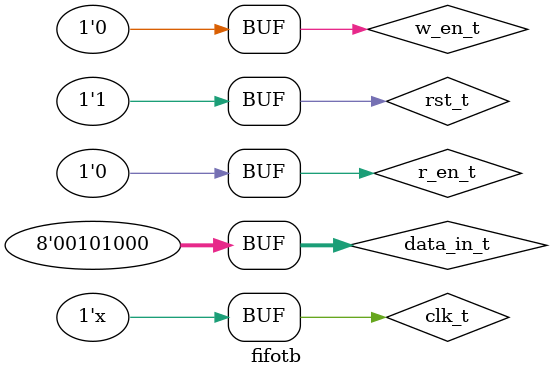
<source format=v>
module fifotb;
    reg clk_t, rst_t;
    reg w_en_t, r_en_t;
    reg [7:0] data_in_t;
    wire [7:0] data_out_t;
    wire full_t, empty_t;

    fifo dut (
        .clk(clk_t),
        .rst_n(rst_t),
        .w_en(w_en_t),
        .r_en(r_en_t),
        .data_in(data_in_t),
        .data_out(data_out_t),
        .full(full_t),
        .empty(empty_t)
    );

    always #10 clk_t = ~clk_t;

    initial begin
        clk_t = 1'b0;
        rst_t = 1'b0;
        w_en_t = 1'b0;
        r_en_t = 1'b0;
        data_in_t = 8'd0;

        #50 rst_t = 1'b1;
        #20 w_en_t = 1'b1; data_in_t = 8'd10;
        #20 data_in_t = 8'd20;
        #20 data_in_t = 8'd30;
        #20 data_in_t = 8'd40;
        #20 w_en_t = 1'b0;
        #40 r_en_t = 1'b1;
        #100 r_en_t = 1'b0;
    end

endmodule

</source>
